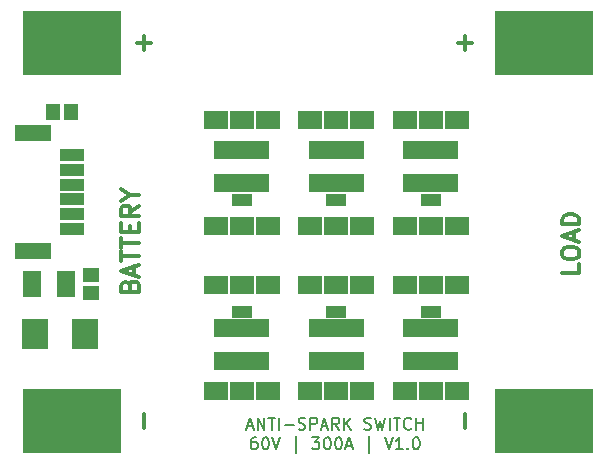
<source format=gbr>
%TF.GenerationSoftware,KiCad,Pcbnew,no-vcs-found*%
%TF.CreationDate,2017-10-06T12:39:31+10:30*%
%TF.ProjectId,antispark-pcb,616E7469737061726B2D7063622E6B69,1.0*%
%TF.SameCoordinates,Original*%
%TF.FileFunction,Soldermask,Top*%
%TF.FilePolarity,Negative*%
%FSLAX46Y46*%
G04 Gerber Fmt 4.6, Leading zero omitted, Abs format (unit mm)*
G04 Created by KiCad (PCBNEW no-vcs-found) date Fri Oct  6 12:39:31 2017*
%MOMM*%
%LPD*%
G01*
G04 APERTURE LIST*
%ADD10C,0.150000*%
%ADD11C,0.300000*%
%ADD12R,1.560000X2.220000*%
%ADD13R,2.240000X2.620000*%
%ADD14R,8.400000X5.400000*%
%ADD15R,2.100000X1.000000*%
%ADD16R,3.100000X1.400000*%
%ADD17R,2.099260X1.499820*%
%ADD18R,1.250900X1.499820*%
%ADD19R,1.700480X1.101040*%
%ADD20R,1.250000X1.380000*%
%ADD21R,1.380000X1.250000*%
G04 APERTURE END LIST*
D10*
X119823809Y-136441666D02*
X120300000Y-136441666D01*
X119728571Y-136727380D02*
X120061904Y-135727380D01*
X120395238Y-136727380D01*
X120728571Y-136727380D02*
X120728571Y-135727380D01*
X121300000Y-136727380D01*
X121300000Y-135727380D01*
X121633333Y-135727380D02*
X122204761Y-135727380D01*
X121919047Y-136727380D02*
X121919047Y-135727380D01*
X122538095Y-136727380D02*
X122538095Y-135727380D01*
X123014285Y-136346428D02*
X123776190Y-136346428D01*
X124204761Y-136679761D02*
X124347619Y-136727380D01*
X124585714Y-136727380D01*
X124680952Y-136679761D01*
X124728571Y-136632142D01*
X124776190Y-136536904D01*
X124776190Y-136441666D01*
X124728571Y-136346428D01*
X124680952Y-136298809D01*
X124585714Y-136251190D01*
X124395238Y-136203571D01*
X124300000Y-136155952D01*
X124252380Y-136108333D01*
X124204761Y-136013095D01*
X124204761Y-135917857D01*
X124252380Y-135822619D01*
X124300000Y-135775000D01*
X124395238Y-135727380D01*
X124633333Y-135727380D01*
X124776190Y-135775000D01*
X125204761Y-136727380D02*
X125204761Y-135727380D01*
X125585714Y-135727380D01*
X125680952Y-135775000D01*
X125728571Y-135822619D01*
X125776190Y-135917857D01*
X125776190Y-136060714D01*
X125728571Y-136155952D01*
X125680952Y-136203571D01*
X125585714Y-136251190D01*
X125204761Y-136251190D01*
X126157142Y-136441666D02*
X126633333Y-136441666D01*
X126061904Y-136727380D02*
X126395238Y-135727380D01*
X126728571Y-136727380D01*
X127633333Y-136727380D02*
X127300000Y-136251190D01*
X127061904Y-136727380D02*
X127061904Y-135727380D01*
X127442857Y-135727380D01*
X127538095Y-135775000D01*
X127585714Y-135822619D01*
X127633333Y-135917857D01*
X127633333Y-136060714D01*
X127585714Y-136155952D01*
X127538095Y-136203571D01*
X127442857Y-136251190D01*
X127061904Y-136251190D01*
X128061904Y-136727380D02*
X128061904Y-135727380D01*
X128633333Y-136727380D02*
X128204761Y-136155952D01*
X128633333Y-135727380D02*
X128061904Y-136298809D01*
X129776190Y-136679761D02*
X129919047Y-136727380D01*
X130157142Y-136727380D01*
X130252380Y-136679761D01*
X130300000Y-136632142D01*
X130347619Y-136536904D01*
X130347619Y-136441666D01*
X130300000Y-136346428D01*
X130252380Y-136298809D01*
X130157142Y-136251190D01*
X129966666Y-136203571D01*
X129871428Y-136155952D01*
X129823809Y-136108333D01*
X129776190Y-136013095D01*
X129776190Y-135917857D01*
X129823809Y-135822619D01*
X129871428Y-135775000D01*
X129966666Y-135727380D01*
X130204761Y-135727380D01*
X130347619Y-135775000D01*
X130680952Y-135727380D02*
X130919047Y-136727380D01*
X131109523Y-136013095D01*
X131300000Y-136727380D01*
X131538095Y-135727380D01*
X131919047Y-136727380D02*
X131919047Y-135727380D01*
X132252380Y-135727380D02*
X132823809Y-135727380D01*
X132538095Y-136727380D02*
X132538095Y-135727380D01*
X133728571Y-136632142D02*
X133680952Y-136679761D01*
X133538095Y-136727380D01*
X133442857Y-136727380D01*
X133299999Y-136679761D01*
X133204761Y-136584523D01*
X133157142Y-136489285D01*
X133109523Y-136298809D01*
X133109523Y-136155952D01*
X133157142Y-135965476D01*
X133204761Y-135870238D01*
X133299999Y-135775000D01*
X133442857Y-135727380D01*
X133538095Y-135727380D01*
X133680952Y-135775000D01*
X133728571Y-135822619D01*
X134157142Y-136727380D02*
X134157142Y-135727380D01*
X134157142Y-136203571D02*
X134728571Y-136203571D01*
X134728571Y-136727380D02*
X134728571Y-135727380D01*
X120633333Y-137377380D02*
X120442857Y-137377380D01*
X120347619Y-137425000D01*
X120300000Y-137472619D01*
X120204761Y-137615476D01*
X120157142Y-137805952D01*
X120157142Y-138186904D01*
X120204761Y-138282142D01*
X120252380Y-138329761D01*
X120347619Y-138377380D01*
X120538095Y-138377380D01*
X120633333Y-138329761D01*
X120680952Y-138282142D01*
X120728571Y-138186904D01*
X120728571Y-137948809D01*
X120680952Y-137853571D01*
X120633333Y-137805952D01*
X120538095Y-137758333D01*
X120347619Y-137758333D01*
X120252380Y-137805952D01*
X120204761Y-137853571D01*
X120157142Y-137948809D01*
X121347619Y-137377380D02*
X121442857Y-137377380D01*
X121538095Y-137425000D01*
X121585714Y-137472619D01*
X121633333Y-137567857D01*
X121680952Y-137758333D01*
X121680952Y-137996428D01*
X121633333Y-138186904D01*
X121585714Y-138282142D01*
X121538095Y-138329761D01*
X121442857Y-138377380D01*
X121347619Y-138377380D01*
X121252380Y-138329761D01*
X121204761Y-138282142D01*
X121157142Y-138186904D01*
X121109523Y-137996428D01*
X121109523Y-137758333D01*
X121157142Y-137567857D01*
X121204761Y-137472619D01*
X121252380Y-137425000D01*
X121347619Y-137377380D01*
X121966666Y-137377380D02*
X122300000Y-138377380D01*
X122633333Y-137377380D01*
X123966666Y-138710714D02*
X123966666Y-137282142D01*
X125347619Y-137377380D02*
X125966666Y-137377380D01*
X125633333Y-137758333D01*
X125776190Y-137758333D01*
X125871428Y-137805952D01*
X125919047Y-137853571D01*
X125966666Y-137948809D01*
X125966666Y-138186904D01*
X125919047Y-138282142D01*
X125871428Y-138329761D01*
X125776190Y-138377380D01*
X125490476Y-138377380D01*
X125395238Y-138329761D01*
X125347619Y-138282142D01*
X126585714Y-137377380D02*
X126680952Y-137377380D01*
X126776190Y-137425000D01*
X126823809Y-137472619D01*
X126871428Y-137567857D01*
X126919047Y-137758333D01*
X126919047Y-137996428D01*
X126871428Y-138186904D01*
X126823809Y-138282142D01*
X126776190Y-138329761D01*
X126680952Y-138377380D01*
X126585714Y-138377380D01*
X126490476Y-138329761D01*
X126442857Y-138282142D01*
X126395238Y-138186904D01*
X126347619Y-137996428D01*
X126347619Y-137758333D01*
X126395238Y-137567857D01*
X126442857Y-137472619D01*
X126490476Y-137425000D01*
X126585714Y-137377380D01*
X127538095Y-137377380D02*
X127633333Y-137377380D01*
X127728571Y-137425000D01*
X127776190Y-137472619D01*
X127823809Y-137567857D01*
X127871428Y-137758333D01*
X127871428Y-137996428D01*
X127823809Y-138186904D01*
X127776190Y-138282142D01*
X127728571Y-138329761D01*
X127633333Y-138377380D01*
X127538095Y-138377380D01*
X127442857Y-138329761D01*
X127395238Y-138282142D01*
X127347619Y-138186904D01*
X127300000Y-137996428D01*
X127300000Y-137758333D01*
X127347619Y-137567857D01*
X127395238Y-137472619D01*
X127442857Y-137425000D01*
X127538095Y-137377380D01*
X128252380Y-138091666D02*
X128728571Y-138091666D01*
X128157142Y-138377380D02*
X128490476Y-137377380D01*
X128823809Y-138377380D01*
X130157142Y-138710714D02*
X130157142Y-137282142D01*
X131490476Y-137377380D02*
X131823809Y-138377380D01*
X132157142Y-137377380D01*
X133014285Y-138377380D02*
X132442857Y-138377380D01*
X132728571Y-138377380D02*
X132728571Y-137377380D01*
X132633333Y-137520238D01*
X132538095Y-137615476D01*
X132442857Y-137663095D01*
X133442857Y-138282142D02*
X133490476Y-138329761D01*
X133442857Y-138377380D01*
X133395238Y-138329761D01*
X133442857Y-138282142D01*
X133442857Y-138377380D01*
X134109523Y-137377380D02*
X134204761Y-137377380D01*
X134300000Y-137425000D01*
X134347619Y-137472619D01*
X134395238Y-137567857D01*
X134442857Y-137758333D01*
X134442857Y-137996428D01*
X134395238Y-138186904D01*
X134347619Y-138282142D01*
X134300000Y-138329761D01*
X134204761Y-138377380D01*
X134109523Y-138377380D01*
X134014285Y-138329761D01*
X133966666Y-138282142D01*
X133919047Y-138186904D01*
X133871428Y-137996428D01*
X133871428Y-137758333D01*
X133919047Y-137567857D01*
X133966666Y-137472619D01*
X134014285Y-137425000D01*
X134109523Y-137377380D01*
D11*
X109892857Y-124550000D02*
X109964285Y-124335714D01*
X110035714Y-124264285D01*
X110178571Y-124192857D01*
X110392857Y-124192857D01*
X110535714Y-124264285D01*
X110607142Y-124335714D01*
X110678571Y-124478571D01*
X110678571Y-125050000D01*
X109178571Y-125050000D01*
X109178571Y-124550000D01*
X109250000Y-124407142D01*
X109321428Y-124335714D01*
X109464285Y-124264285D01*
X109607142Y-124264285D01*
X109750000Y-124335714D01*
X109821428Y-124407142D01*
X109892857Y-124550000D01*
X109892857Y-125050000D01*
X110250000Y-123621428D02*
X110250000Y-122907142D01*
X110678571Y-123764285D02*
X109178571Y-123264285D01*
X110678571Y-122764285D01*
X109178571Y-122478571D02*
X109178571Y-121621428D01*
X110678571Y-122050000D02*
X109178571Y-122050000D01*
X109178571Y-121335714D02*
X109178571Y-120478571D01*
X110678571Y-120907142D02*
X109178571Y-120907142D01*
X109892857Y-119978571D02*
X109892857Y-119478571D01*
X110678571Y-119264285D02*
X110678571Y-119978571D01*
X109178571Y-119978571D01*
X109178571Y-119264285D01*
X110678571Y-117764285D02*
X109964285Y-118264285D01*
X110678571Y-118621428D02*
X109178571Y-118621428D01*
X109178571Y-118050000D01*
X109250000Y-117907142D01*
X109321428Y-117835714D01*
X109464285Y-117764285D01*
X109678571Y-117764285D01*
X109821428Y-117835714D01*
X109892857Y-117907142D01*
X109964285Y-118050000D01*
X109964285Y-118621428D01*
X109964285Y-116835714D02*
X110678571Y-116835714D01*
X109178571Y-117335714D02*
X109964285Y-116835714D01*
X109178571Y-116335714D01*
X147978571Y-122714285D02*
X147978571Y-123428571D01*
X146478571Y-123428571D01*
X146478571Y-121928571D02*
X146478571Y-121642857D01*
X146550000Y-121500000D01*
X146692857Y-121357142D01*
X146978571Y-121285714D01*
X147478571Y-121285714D01*
X147764285Y-121357142D01*
X147907142Y-121500000D01*
X147978571Y-121642857D01*
X147978571Y-121928571D01*
X147907142Y-122071428D01*
X147764285Y-122214285D01*
X147478571Y-122285714D01*
X146978571Y-122285714D01*
X146692857Y-122214285D01*
X146550000Y-122071428D01*
X146478571Y-121928571D01*
X147550000Y-120714285D02*
X147550000Y-120000000D01*
X147978571Y-120857142D02*
X146478571Y-120357142D01*
X147978571Y-119857142D01*
X147978571Y-119357142D02*
X146478571Y-119357142D01*
X146478571Y-119000000D01*
X146550000Y-118785714D01*
X146692857Y-118642857D01*
X146835714Y-118571428D01*
X147121428Y-118500000D01*
X147335714Y-118500000D01*
X147621428Y-118571428D01*
X147764285Y-118642857D01*
X147907142Y-118785714D01*
X147978571Y-119000000D01*
X147978571Y-119357142D01*
X138307142Y-104571428D02*
X138307142Y-103428571D01*
X138878571Y-104000000D02*
X137735714Y-104000000D01*
X138307142Y-136571428D02*
X138307142Y-135428571D01*
X111107142Y-104571428D02*
X111107142Y-103428571D01*
X111678571Y-104000000D02*
X110535714Y-104000000D01*
X111107142Y-136571428D02*
X111107142Y-135428571D01*
D12*
%TO.C,C1*%
X101600000Y-124400000D03*
X104550000Y-124400000D03*
%TD*%
D13*
%TO.C,D1*%
X106085000Y-128600000D03*
X101915000Y-128600000D03*
%TD*%
D14*
%TO.C,P1*%
X105000000Y-104000000D03*
%TD*%
%TO.C,P2*%
X105000000Y-136000000D03*
%TD*%
D15*
%TO.C,P3*%
X105000000Y-113475000D03*
X105000000Y-114725000D03*
X105000000Y-115975000D03*
X105000000Y-117225000D03*
X105000000Y-118475000D03*
X105000000Y-119725000D03*
D16*
X101700000Y-111600000D03*
X101750000Y-121600000D03*
%TD*%
D14*
%TO.C,P4*%
X145000000Y-104000000D03*
%TD*%
%TO.C,P5*%
X145000000Y-136000000D03*
%TD*%
D17*
%TO.C,Q1*%
X117200000Y-110500780D03*
X121599280Y-110500780D03*
X119399640Y-110500780D03*
X121599280Y-119500000D03*
X117200000Y-119500000D03*
X119399640Y-119500000D03*
D18*
X121129380Y-113048400D03*
X121129380Y-115850020D03*
X117669900Y-113048400D03*
X117669900Y-115850020D03*
X118820520Y-113048400D03*
X119978760Y-113048400D03*
X119978760Y-115850020D03*
X118820520Y-115850020D03*
D19*
X119399640Y-117249560D03*
%TD*%
D17*
%TO.C,Q2*%
X125200360Y-110501660D03*
X129599640Y-110501660D03*
X127400000Y-110501660D03*
X129599640Y-119500880D03*
X125200360Y-119500880D03*
X127400000Y-119500880D03*
D18*
X129129740Y-113049280D03*
X129129740Y-115850900D03*
X125670260Y-113049280D03*
X125670260Y-115850900D03*
X126820880Y-113049280D03*
X127979120Y-113049280D03*
X127979120Y-115850900D03*
X126820880Y-115850900D03*
D19*
X127400000Y-117250440D03*
%TD*%
D17*
%TO.C,Q3*%
X133200360Y-110501660D03*
X137599640Y-110501660D03*
X135400000Y-110501660D03*
X137599640Y-119500880D03*
X133200360Y-119500880D03*
X135400000Y-119500880D03*
D18*
X137129740Y-113049280D03*
X137129740Y-115850900D03*
X133670260Y-113049280D03*
X133670260Y-115850900D03*
X134820880Y-113049280D03*
X135979120Y-113049280D03*
X135979120Y-115850900D03*
X134820880Y-115850900D03*
D19*
X135400000Y-117250440D03*
%TD*%
%TO.C,Q4*%
X119400000Y-126749560D03*
D18*
X119979120Y-128149100D03*
X118820880Y-128149100D03*
X118820880Y-130950720D03*
X119979120Y-130950720D03*
X121129740Y-128149100D03*
X121129740Y-130950720D03*
X117670260Y-128149100D03*
X117670260Y-130950720D03*
D17*
X119400000Y-124499120D03*
X121599640Y-124499120D03*
X117200360Y-124499120D03*
X119400000Y-133498340D03*
X117200360Y-133498340D03*
X121599640Y-133498340D03*
%TD*%
D19*
%TO.C,Q5*%
X127400000Y-126749560D03*
D18*
X127979120Y-128149100D03*
X126820880Y-128149100D03*
X126820880Y-130950720D03*
X127979120Y-130950720D03*
X129129740Y-128149100D03*
X129129740Y-130950720D03*
X125670260Y-128149100D03*
X125670260Y-130950720D03*
D17*
X127400000Y-124499120D03*
X129599640Y-124499120D03*
X125200360Y-124499120D03*
X127400000Y-133498340D03*
X125200360Y-133498340D03*
X129599640Y-133498340D03*
%TD*%
D19*
%TO.C,Q6*%
X135400000Y-126749560D03*
D18*
X135979120Y-128149100D03*
X134820880Y-128149100D03*
X134820880Y-130950720D03*
X135979120Y-130950720D03*
X137129740Y-128149100D03*
X137129740Y-130950720D03*
X133670260Y-128149100D03*
X133670260Y-130950720D03*
D17*
X135400000Y-124499120D03*
X137599640Y-124499120D03*
X133200360Y-124499120D03*
X135400000Y-133498340D03*
X133200360Y-133498340D03*
X137599640Y-133498340D03*
%TD*%
D20*
%TO.C,R1*%
X103425000Y-109800000D03*
X104975000Y-109800000D03*
%TD*%
D21*
%TO.C,R2*%
X106600000Y-123625000D03*
X106600000Y-125175000D03*
%TD*%
M02*

</source>
